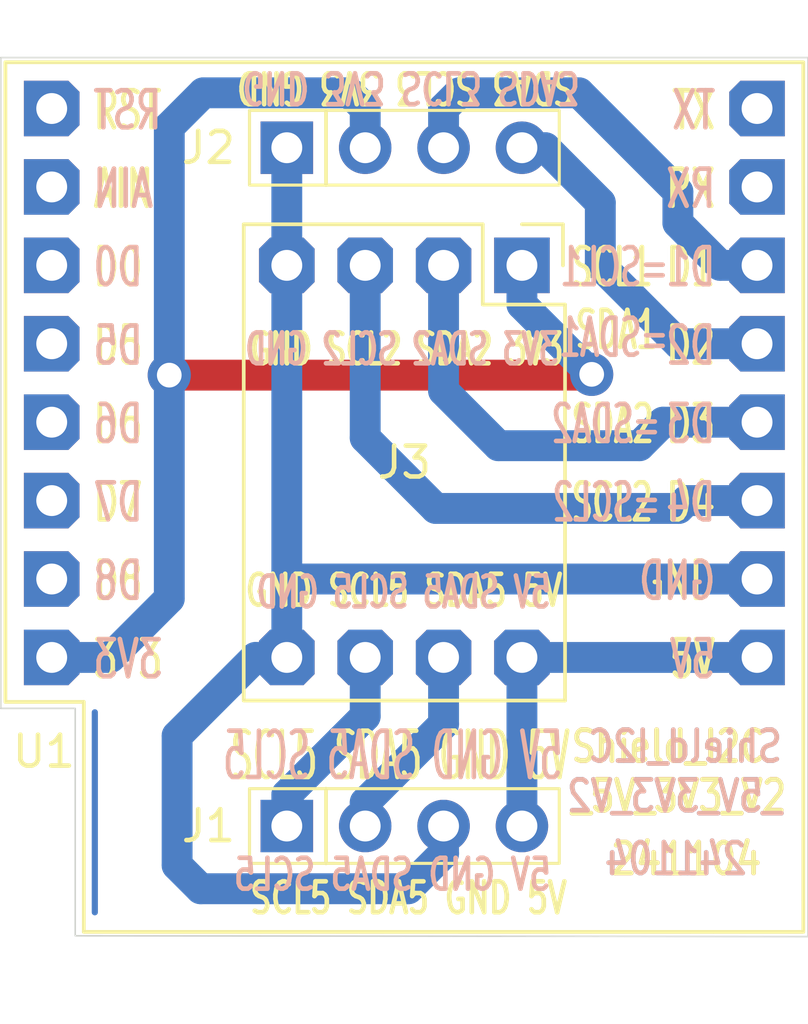
<source format=kicad_pcb>
(kicad_pcb (version 20240108) (generator "pcbnew") (generator_version "8.0")
  (layers (0 "F.Cu" signal) (31 "B.Cu" signal) (34 "B.Paste" user) (35 "F.Paste" user) (36 "B.SilkS" user "B.Silkscreen") (37 "F.SilkS" user "F.Silkscreen") (38 "B.Mask" user) (39 "F.Mask" user) (44 "Edge.Cuts" user))
  (net 0 "")
  (net 4 "/SDA3")
  (net 7 "/SCL3")
  (net 10 "/SCL5")
  (net 11 "/SDA5")
  (net 12 "/5V")
  (net 15 "/GND")
  (net 16 "/3V3")
  (net 17 "/SCL2")
  (net 18 "/SDA2")
  (footprint "_kh_library:Converter_2x_3V3_5V" (layer "F.Cu") (at 40.64 30.48 -90)
    (property "Reference" "J3" (at 6.3835 3.81 180) (layer "F.SilkS"))
    (property "Value" "Converter_2x_3V3_5V")
    (fp_line (start -1.33 9.017) (end 14.097 9.017) (stroke (width 0.12)) (layer "F.SilkS"))
    (fp_line (start -1.33 1.27) (end -1.33 9.017) (stroke (width 0.12)) (layer "F.SilkS"))
    (fp_line (start -1.33 1.27) (end 1.27 1.27) (stroke (width 0.12)) (layer "F.SilkS"))
    (fp_line (start 1.27 1.27) (end 1.27 -1.397) (stroke (width 0.12)) (layer "F.SilkS"))
    (fp_line (start -1.33 0) (end -1.33 -1.33) (stroke (width 0.12)) (layer "F.SilkS"))
    (fp_line (start -1.33 -1.33) (end 0 -1.33) (stroke (width 0.12)) (layer "F.SilkS"))
    (fp_line (start 1.27 -1.397) (end 14.097 -1.397) (stroke (width 0.12)) (layer "F.SilkS"))
    (fp_line (start 14.097 -1.397) (end 14.097 9.017) (stroke (width 0.12)) (layer "F.SilkS"))
    (pad "1" thru_hole roundrect (at 0 0 270) (size 1.8 1.8) (drill 1) (layers "*.Cu" "*.Mask") (roundrect_rratio 0) (chamfer_ratio 0.2) (chamfer) (net 16 "/3V3"))
    (pad "2" thru_hole roundrect (at 0 2.54 270) (size 1.8 1.8) (drill 1) (layers "*.Cu" "*.Mask") (roundrect_rratio 0) (chamfer_ratio 0.2) (chamfer top_left top_right bottom_left bottom_right) (net 18 "/SDA2"))
    (pad "3" thru_hole roundrect (at 0 5.08 270) (size 1.8 1.8) (drill 1) (layers "*.Cu" "*.Mask") (roundrect_rratio 0) (chamfer_ratio 0.2) (chamfer top_left top_right bottom_left bottom_right) (net 17 "/SCL2"))
    (pad "4" thru_hole roundrect (at 0 7.62 270) (size 1.8 1.8) (drill 1) (layers "*.Cu" "*.Mask") (roundrect_rratio 0) (chamfer_ratio 0.2) (chamfer top_left top_right bottom_left bottom_right) (net 15 "/GND"))
    (pad "5" thru_hole roundrect (at 12.7 7.62 270) (size 1.8 1.8) (drill 1) (layers "*.Cu" "*.Mask") (roundrect_rratio 0) (chamfer_ratio 0.2) (chamfer top_left top_right bottom_left bottom_right) (net 15 "/GND"))
    (pad "6" thru_hole roundrect (at 12.7 5.08 270) (size 1.8 1.8) (drill 1) (layers "*.Cu" "*.Mask") (roundrect_rratio 0) (chamfer_ratio 0.2) (chamfer top_left top_right bottom_left bottom_right) (net 10 "/SCL5"))
    (pad "7" thru_hole roundrect (at 12.7 2.54 270) (size 1.8 1.8) (drill 1) (layers "*.Cu" "*.Mask") (roundrect_rratio 0) (chamfer_ratio 0.2) (chamfer top_left top_right bottom_left bottom_right) (net 11 "/SDA5"))
    (pad "8" thru_hole roundrect (at 12.7 0 270) (size 1.8 1.8) (drill 1) (layers "*.Cu" "*.Mask") (roundrect_rratio 0) (chamfer_ratio 0.2) (chamfer top_left top_right bottom_left bottom_right) (net 12 "/5V"))
  )
  (footprint "_kh_library:WEMOS_D1_mini_kh_shield_2" (layer "F.Cu") (at 25.4 25.4)
    (property "Reference" "U1" (at -0.254 20.828 0) (layer "F.SilkS"))
    (property "Value" "WeMos_D1_mini")
    (fp_line (start -1.5 19.22) (end -1.5 -1.4986) (stroke (width 0.12)) (layer "F.SilkS"))
    (fp_line (start -1.5 19.22) (end 1.04 19.22) (stroke (width 0.12)) (layer "F.SilkS"))
    (fp_line (start 1.04 19.22) (end 1.04 26.67) (stroke (width 0.12)) (layer "F.SilkS"))
    (fp_line (start 1.04 26.67) (end 24.36 26.67) (stroke (width 0.12)) (layer "F.SilkS"))
    (fp_line (start 24.3586 -1.4986) (end -1.5 -1.4986) (stroke (width 0.12)) (layer "F.SilkS"))
    (fp_line (start 24.36 26.67) (end 24.3586 -1.4986) (stroke (width 0.12)) (layer "F.SilkS"))
    (fp_text user "D1" (at 21.59 5.842 0) (layer "B.SilkS") (effects (font (size 1.2 0.8) (thickness 0.15) (bold yes)) (justify left bottom mirror)))
    (fp_text user "D0" (at 1.27 5.842 0) (layer "B.SilkS") (effects (font (size 1.2 0.8) (thickness 0.15) (bold yes)) (justify right bottom mirror)))
    (fp_text user "D7" (at 1.27 13.462 0) (layer "B.SilkS") (effects (font (size 1.2 0.8) (thickness 0.15) (bold yes)) (justify right bottom mirror)))
    (fp_text user "RX" (at 21.59 3.302 0) (layer "B.SilkS") (effects (font (size 1.2 0.8) (thickness 0.15) (bold yes)) (justify left bottom mirror)))
    (fp_text user "D2" (at 21.59 8.382 0) (layer "B.SilkS") (effects (font (size 1.2 0.8) (thickness 0.15) (bold yes)) (justify left bottom mirror)))
    (fp_text user "D6" (at 1.27 10.922 0) (layer "B.SilkS") (effects (font (size 1.2 0.8) (thickness 0.15) (bold yes)) (justify right bottom mirror)))
    (fp_text user "D5" (at 1.27 8.382 0) (layer "B.SilkS") (effects (font (size 1.2 0.8) (thickness 0.15) (bold yes)) (justify right bottom mirror)))
    (fp_text user "D3" (at 21.59 10.922 0) (layer "B.SilkS") (effects (font (size 1.2 0.8) (thickness 0.15) (bold yes)) (justify left bottom mirror)))
    (fp_text user "5V" (at 21.59 18.542 0) (layer "B.SilkS") (effects (font (size 1.2 0.8) (thickness 0.15) (bold yes)) (justify left bottom mirror)))
    (fp_text user "3V3" (at 1.27 18.542 0) (layer "B.SilkS") (effects (font (size 1.2 0.8) (thickness 0.15) (bold yes)) (justify right bottom mirror)))
    (fp_text user "RST" (at 1.27 0.762 0) (layer "B.SilkS") (effects (font (size 1.2 0.8) (thickness 0.15) (bold yes)) (justify right bottom mirror)))
    (fp_text user "AIN" (at 1.27 3.302 0) (layer "B.SilkS") (effects (font (size 1.2 0.8) (thickness 0.15) (bold yes)) (justify right bottom mirror)))
    (fp_text user "D8" (at 1.27 16.002 0) (layer "B.SilkS") (effects (font (size 1.2 0.8) (thickness 0.15) (bold yes)) (justify right bottom mirror)))
    (fp_text user "D4" (at 21.59 13.462 0) (layer "B.SilkS") (effects (font (size 1.2 0.8) (thickness 0.15) (bold yes)) (justify left bottom mirror)))
    (fp_text user "TX" (at 21.59 0.762 0) (layer "B.SilkS") (effects (font (size 1.2 0.8) (thickness 0.15) (bold yes)) (justify left bottom mirror)))
    (fp_text user "GND" (at 21.59 16.002 0) (layer "B.SilkS") (effects (font (size 1.2 0.8) (thickness 0.15) (bold yes)) (justify left bottom mirror)))
    (fp_text user "D0" (at 1.27 5.842 0) (layer "F.SilkS") (effects (font (size 1.2 0.8) (thickness 0.15) (bold yes)) (justify left bottom)))
    (fp_text user "D2" (at 21.59 8.382 0) (layer "F.SilkS") (effects (font (size 1.2 0.8) (thickness 0.15) (bold yes)) (justify right bottom)))
    (fp_text user "TX" (at 21.59 0.762 0) (layer "F.SilkS") (effects (font (size 1.2 0.8) (thickness 0.15) (bold yes)) (justify right bottom)))
    (fp_text user "D8" (at 1.27 16.002 0) (layer "F.SilkS") (effects (font (size 1.2 0.8) (thickness 0.15) (bold yes)) (justify left bottom)))
    (fp_text user "RST" (at 1.27 0.762 0) (layer "F.SilkS") (effects (font (size 1.2 0.8) (thickness 0.15) (bold yes)) (justify left bottom)))
    (fp_text user "D5" (at 1.27 8.382 0) (layer "F.SilkS") (effects (font (size 1.2 0.8) (thickness 0.15) (bold yes)) (justify left bottom)))
    (fp_text user "D7" (at 1.27 13.462 0) (layer "F.SilkS") (effects (font (size 1.2 0.8) (thickness 0.15) (bold yes)) (justify left bottom)))
    (fp_text user "GND" (at 21.59 16.002 0) (layer "F.SilkS") (effects (font (size 1.2 0.8) (thickness 0.15) (bold yes)) (justify right bottom)))
    (fp_text user "3V3" (at 1.27 18.542 0) (layer "F.SilkS") (effects (font (size 1.2 0.8) (thickness 0.15) (bold yes)) (justify left bottom)))
    (fp_text user "AIN" (at 1.27 3.302 0) (layer "F.SilkS") (effects (font (size 1.2 0.8) (thickness 0.15) (bold yes)) (justify left bottom)))
    (fp_text user "D4" (at 21.59 13.462 0) (layer "F.SilkS") (effects (font (size 1.2 0.8) (thickness 0.15) (bold yes)) (justify right bottom)))
    (fp_text user "RX" (at 21.59 3.302 0) (layer "F.SilkS") (effects (font (size 1.2 0.8) (thickness 0.15) (bold yes)) (justify right bottom)))
    (fp_text user "D6" (at 1.27 10.922 0) (layer "F.SilkS") (effects (font (size 1.2 0.8) (thickness 0.15) (bold yes)) (justify left bottom)))
    (fp_text user "D1" (at 21.59 5.842 0) (layer "F.SilkS") (effects (font (size 1.2 0.8) (thickness 0.15) (bold yes)) (justify right bottom)))
    (fp_text user "5V" (at 21.59 18.542 0) (layer "F.SilkS") (effects (font (size 1.2 0.8) (thickness 0.15) (bold yes)) (justify right bottom)))
    (fp_text user "D3" (at 21.59 10.922 0) (layer "F.SilkS") (effects (font (size 1.2 0.8) (thickness 0.15) (bold yes)) (justify right bottom)))
    (pad "1" thru_hole roundrect (at 0 0) (size 1.8 1.8) (drill 1) (layers "*.Cu" "*.Mask") (roundrect_rratio 0) (chamfer_ratio 0.2) (chamfer top_right bottom_right))
    (pad "2" thru_hole roundrect (at 0 2.54) (size 1.8 1.8) (drill 1) (layers "*.Cu" "*.Mask") (roundrect_rratio 0) (chamfer_ratio 0.2) (chamfer top_right bottom_right))
    (pad "3" thru_hole roundrect (at 0 5.08) (size 1.8 1.8) (drill 1) (layers "*.Cu" "*.Mask") (roundrect_rratio 0) (chamfer_ratio 0.2) (chamfer top_right bottom_right))
    (pad "4" thru_hole roundrect (at 0 7.62) (size 1.8 1.8) (drill 1) (layers "*.Cu" "*.Mask") (roundrect_rratio 0) (chamfer_ratio 0.2) (chamfer top_right bottom_right))
    (pad "5" thru_hole roundrect (at 0 10.16) (size 1.8 1.8) (drill 1) (layers "*.Cu" "*.Mask") (roundrect_rratio 0) (chamfer_ratio 0.2) (chamfer top_right bottom_right))
    (pad "6" thru_hole roundrect (at 0 12.7) (size 1.8 1.8) (drill 1) (layers "*.Cu" "*.Mask") (roundrect_rratio 0) (chamfer_ratio 0.2) (chamfer top_right bottom_right))
    (pad "7" thru_hole roundrect (at 0 15.24) (size 1.8 1.8) (drill 1) (layers "*.Cu" "*.Mask") (roundrect_rratio 0) (chamfer_ratio 0.2) (chamfer top_right bottom_right))
    (pad "8" thru_hole roundrect (at 0 17.78) (size 1.8 1.8) (drill 1) (layers "*.Cu" "*.Mask") (roundrect_rratio 0) (chamfer_ratio 0.2) (chamfer top_right bottom_right) (net 16 "/3V3"))
    (pad "9" thru_hole roundrect (at 22.86 17.78) (size 1.8 1.8) (drill 1) (layers "*.Cu" "*.Mask") (roundrect_rratio 0) (chamfer_ratio 0.2) (chamfer top_left bottom_left) (net 12 "/5V"))
    (pad "10" thru_hole roundrect (at 22.86 15.24) (size 1.8 1.8) (drill 1) (layers "*.Cu" "*.Mask") (roundrect_rratio 0) (chamfer_ratio 0.2) (chamfer top_left bottom_left) (net 15 "/GND"))
    (pad "11" thru_hole roundrect (at 22.86 12.7) (size 1.8 1.8) (drill 1) (layers "*.Cu" "*.Mask") (roundrect_rratio 0) (chamfer_ratio 0.2) (chamfer top_left bottom_left) (net 17 "/SCL2"))
    (pad "12" thru_hole roundrect (at 22.86 10.16) (size 1.8 1.8) (drill 1) (layers "*.Cu" "*.Mask") (roundrect_rratio 0) (chamfer_ratio 0.2) (chamfer top_left bottom_left) (net 18 "/SDA2"))
    (pad "13" thru_hole roundrect (at 22.86 7.62) (size 1.8 1.8) (drill 1) (layers "*.Cu" "*.Mask") (roundrect_rratio 0) (chamfer_ratio 0.2) (chamfer top_left bottom_left) (net 4 "/SDA3"))
    (pad "14" thru_hole roundrect (at 22.86 5.08) (size 1.8 1.8) (drill 1) (layers "*.Cu" "*.Mask") (roundrect_rratio 0) (chamfer_ratio 0.2) (chamfer top_left bottom_left) (net 7 "/SCL3"))
    (pad "15" thru_hole roundrect (at 22.86 2.54) (size 1.8 1.8) (drill 1) (layers "*.Cu" "*.Mask") (roundrect_rratio 0) (chamfer_ratio 0.2) (chamfer top_left bottom_left))
    (pad "16" thru_hole roundrect (at 22.86 0) (size 1.8 1.8) (drill 1) (layers "*.Cu" "*.Mask") (roundrect_rratio 0) (chamfer_ratio 0.2) (chamfer top_left bottom_left))
  )
  (footprint "_kh_library:PinSocket_1x04_P2.54mm_Vertical_kh" (layer "F.Cu") (at 33.02 26.67 90)
    (property "Reference" "J2" (at 0 -2.54 180) (layer "F.SilkS"))
    (property "Value" "Conn_01x04_Socket")
    (fp_line (start -1.21 1.27) (end 1.21 1.27) (stroke (width 0.12)) (layer "F.SilkS"))
    (fp_rect (start -1.21 -1.21) (end 1.21 8.83) (stroke (width 0.1)) (fill none) (layer "F.SilkS"))
    (pad "1" thru_hole rect (at 0 0 90) (size 1.7 1.7) (drill 1) (layers "*.Cu" "*.Mask") (net 15 "/GND"))
    (pad "2" thru_hole oval (at 0 2.54 90) (size 1.7 1.7) (drill 1) (layers "*.Cu" "*.Mask") (net 16 "/3V3"))
    (pad "3" thru_hole oval (at 0 5.08 90) (size 1.7 1.7) (drill 1) (layers "*.Cu" "*.Mask") (net 7 "/SCL3"))
    (pad "4" thru_hole oval (at 0 7.62 90) (size 1.7 1.7) (drill 1) (layers "*.Cu" "*.Mask") (net 4 "/SDA3"))
  )
  (footprint "_kh_library:PinSocket_1x04_P2.54mm_Vertical_kh" (layer "F.Cu") (at 33.02 48.641 90)
    (property "Reference" "J1" (at 0 -2.54 180) (layer "F.SilkS"))
    (property "Value" "Conn_01x04_Pin")
    (fp_line (start -1.21 1.27) (end 1.21 1.27) (stroke (width 0.12)) (layer "F.SilkS"))
    (fp_rect (start -1.21 -1.21) (end 1.21 8.83) (stroke (width 0.1)) (fill none) (layer "F.SilkS"))
    (pad "1" thru_hole rect (at 0 0 90) (size 1.7 1.7) (drill 1) (layers "*.Cu" "*.Mask") (net 10 "/SCL5"))
    (pad "2" thru_hole oval (at 0 2.54 90) (size 1.7 1.7) (drill 1) (layers "*.Cu" "*.Mask") (net 11 "/SDA5"))
    (pad "3" thru_hole oval (at 0 5.08 90) (size 1.7 1.7) (drill 1) (layers "*.Cu" "*.Mask") (net 15 "/GND"))
    (pad "4" thru_hole oval (at 0 7.62 90) (size 1.7 1.7) (drill 1) (layers "*.Cu" "*.Mask") (net 12 "/5V"))
  )
  (gr_line (start 26.797 44.958) (end 26.797 51.435) (stroke (width 0.2)) (layer "B.Cu"))
  (gr_poly (pts (xy 23.749 23.749) (xy 49.911 23.749) (xy 49.911 52.2224) (xy 26.162 52.197) (xy 26.162 44.831) (xy 23.749 44.831)) (stroke (width 0.05)) (fill none) (layer "Edge.Cuts"))
  (gr_text "241104" (at 43.434 50.292 0) (layer "F.Cu") (effects (font (size 1 0.85) (thickness 0.15) (bold yes)) (justify left bottom)))
  (gr_text "Shield_I2C\n_5V_3V3_V2" (at 42.164 48.26 0) (layer "F.Cu") (effects (font (size 1 0.8) (thickness 0.15) (bold yes)) (justify left bottom)))
  (gr_text "Shield_I2C\n_5V_3V3_V2" (at 49.149 48.26 0) (layer "B.Cu") (effects (font (size 1 0.8) (thickness 0.15) (bold yes)) (justify left bottom mirror)))
  (gr_text "241104" (at 48.006 50.292 0) (layer "B.Cu") (effects (font (size 1 0.8) (thickness 0.15) (bold yes)) (justify left bottom mirror)))
  (gr_text "3V3 SDA2 SCL2 GND" (at 41.91 33.782 0) (layer "B.SilkS") (effects (font (size 1 0.65)) (justify left bottom mirror)))
  (gr_text "241104" (at 48.006 50.292 0) (layer "B.SilkS") (effects (font (size 1 0.8) (thickness 0.15) (bold yes)) (justify left bottom mirror)))
  (gr_text "=SDA1" (at 45.466 33.528 0) (layer "B.SilkS") (effects (font (size 1.2 0.7) (thickness 0.15) (bold yes)) (justify left bottom mirror)))
  (gr_text "GND 3V3 SCL3 SDA3" (at 31.496 24.13 180) (layer "B.SilkS") (effects (font (size 1 0.7)) (justify left bottom mirror)))
  (gr_text "5V SDA5 SCL5 GND" (at 41.656 41.656 0) (layer "B.SilkS") (effects (font (size 1 0.65)) (justify left bottom mirror)))
  (gr_text "5V GND SDA5 SCL5" (at 42.037 47.244 0) (layer "B.SilkS") (effects (font (size 1.5 0.75)) (justify left bottom mirror)))
  (gr_text "5V GND SDA5 SCL5" (at 41.656 50.8 0) (layer "B.SilkS") (effects (font (size 1 0.7)) (justify left bottom mirror)))
  (gr_text "=SCL1" (at 45.466 31.242 0) (layer "B.SilkS") (effects (font (size 1.2 0.7) (thickness 0.15) (bold yes)) (justify left bottom mirror)))
  (gr_text "Shield_I2C\n_5V_3V3_V2" (at 49.149 48.26 0) (layer "B.SilkS") (effects (font (size 1 0.8) (thickness 0.15) (bold yes)) (justify left bottom mirror)))
  (gr_text "=SCL2" (at 45.212 38.862 0) (layer "B.SilkS") (effects (font (size 1.2 0.7) (thickness 0.15) (bold yes)) (justify left bottom mirror)))
  (gr_text "=SDA2" (at 45.212 36.322 0) (layer "B.SilkS") (effects (font (size 1.2 0.7) (thickness 0.15) (bold yes)) (justify left bottom mirror)))
  (gr_text "SCL2" (at 42.164 38.862 0) (layer "F.SilkS") (effects (font (size 1.2 0.7) (thickness 0.15) (bold yes)) (justify left bottom)))
  (gr_text "SCL5 SDA5 GND 5V" (at 31.115 47.244 0) (layer "F.SilkS") (effects (font (size 1.5 0.75)) (justify left bottom)))
  (gr_text "Shield_I2C\n_5V_3V3_V2" (at 42.164 48.26 0) (layer "F.SilkS") (effects (font (size 1 0.8) (thickness 0.15) (bold yes)) (justify left bottom)))
  (gr_text "SCL1" (at 42.164 31.242 0) (layer "F.SilkS") (effects (font (size 1.2 0.7) (thickness 0.15) (bold yes)) (justify left bottom)))
  (gr_text "GND SCL2 SDA2 3V3" (at 31.75 33.782 0) (layer "F.SilkS") (effects (font (size 1 0.65)) (justify left bottom)))
  (gr_text "SCL5 SDA5 GND 5V" (at 31.75 51.562 0) (layer "F.SilkS") (effects (font (size 1 0.7)) (justify left bottom)))
  (gr_text "241104" (at 43.434 50.292 0) (layer "F.SilkS") (effects (font (size 1 0.85) (thickness 0.15) (bold yes)) (justify left bottom)))
  (gr_text "GND SCL5 SDA5 5V" (at 31.6 41.6 0) (layer "F.SilkS") (effects (font (size 1 0.7)) (justify left bottom)))
  (gr_text "SDA2" (at 42.164 36.322 0) (layer "F.SilkS") (effects (font (size 1.2 0.7) (thickness 0.15) (bold yes)) (justify left bottom)))
  (gr_text "SDA3 SCL3 3V3 GND" (at 42.418 24.13 180) (layer "F.SilkS") (effects (font (size 1 0.7)) (justify left bottom)))
  (gr_text "SDA1" (at 42.291 33.274 0) (layer "F.SilkS") (effects (font (size 1.2 0.7) (thickness 0.15) (bold yes)) (justify left bottom)))
  (segment (start 45.72 33.02) (end 43.18 30.48) (width 1) (layer "B.Cu") (net 4))
  (segment (start 43.18 30.48) (end 43.18 28.448) (width 1) (layer "B.Cu") (net 4))
  (segment (start 43.18 28.448) (end 41.402 26.67) (width 1) (layer "B.Cu") (net 4))
  (segment (start 41.402 26.67) (end 40.64 26.67) (width 1) (layer "B.Cu") (net 4))
  (segment (start 48.2092 33.02) (end 45.72 33.02) (width 1) (layer "B.Cu") (net 4))
  (segment (start 42.4942 24.892) (end 45.6946 28.0924) (width 1) (layer "B.Cu") (net 7))
  (segment (start 38.1 25.4) (end 38.608 24.892) (width 1) (layer "B.Cu") (net 7))
  (segment (start 38.1 26.67) (end 38.1 25.4) (width 1) (layer "B.Cu") (net 7))
  (segment (start 47.0662 30.48) (end 48.2092 30.48) (width 1) (layer "B.Cu") (net 7))
  (segment (start 38.608 24.892) (end 42.4942 24.892) (width 1) (layer "B.Cu") (net 7))
  (segment (start 45.6946 28.0924) (end 45.6946 29.1084) (width 1) (layer "B.Cu") (net 7))
  (segment (start 45.6946 29.1084) (end 47.0662 30.48) (width 1) (layer "B.Cu") (net 7))
  (segment (start 33.02 47.625) (end 35.56 45.085) (width 1) (layer "B.Cu") (net 10))
  (segment (start 33.02 48.641) (end 33.02 47.625) (width 1) (layer "B.Cu") (net 10))
  (segment (start 35.56 45.085) (end 35.56 43.18) (width 1) (layer "B.Cu") (net 10))
  (segment (start 35.56 47.879) (end 38.1 45.339) (width 1) (layer "B.Cu") (net 11))
  (segment (start 38.1 45.339) (end 38.1 43.18) (width 1) (layer "B.Cu") (net 11))
  (segment (start 35.56 48.641) (end 35.56 47.879) (width 1) (layer "B.Cu") (net 11))
  (segment (start 40.64 43.18) (end 48.2092 43.18) (width 1) (layer "B.Cu") (net 12))
  (segment (start 40.64 48.641) (end 40.64 43.18) (width 1) (layer "B.Cu") (net 12))
  (segment (start 29.464 45.72) (end 32.004 43.18) (width 1) (layer "B.Cu") (net 15))
  (segment (start 29.464 49.911) (end 29.464 45.72) (width 1) (layer "B.Cu") (net 15))
  (segment (start 32.004 43.18) (end 33.02 43.18) (width 1) (layer "B.Cu") (net 15))
  (segment (start 33.02 26.67) (end 33.02 30.48) (width 1) (layer "B.Cu") (net 15))
  (segment (start 30.226 50.673) (end 29.464 49.911) (width 1) (layer "B.Cu") (net 15))
  (segment (start 38.1 48.641) (end 38.1 49.53) (width 1) (layer "B.Cu") (net 15))
  (segment (start 38.1 49.53) (end 36.957 50.673) (width 1) (layer "B.Cu") (net 15))
  (segment (start 48.2092 40.64) (end 33.02 40.64) (width 1) (layer "B.Cu") (net 15))
  (segment (start 33.02 40.64) (end 33.02 43.18) (width 1) (layer "B.Cu") (net 15))
  (segment (start 36.957 50.673) (end 30.226 50.673) (width 1) (layer "B.Cu") (net 15))
  (segment (start 33.02 30.48) (end 33.02 40.64) (width 1) (layer "B.Cu") (net 15))
  (segment (start 42.9006 34.0106) (end 42.8752 34.036) (width 1) (layer "F.Cu") (net 16))
  (segment (start 42.8752 34.036) (end 29.21 34.036) (width 1) (layer "F.Cu") (net 16))
  (via (at 42.9006 34.0106) (size 1.4) (drill 0.8) (layers "F.Cu" "B.Cu") (net 16))
  (via (at 29.21 34.036) (size 1.4) (drill 0.8) (layers "F.Cu" "B.Cu") (net 16))
  (segment (start 35.052 24.892) (end 35.56 25.4) (width 1) (layer "B.Cu") (net 16))
  (segment (start 29.21 41.275) (end 27.305 43.18) (width 1) (layer "B.Cu") (net 16))
  (segment (start 35.56 25.4) (end 35.56 26.67) (width 1) (layer "B.Cu") (net 16))
  (segment (start 29.21 34.036) (end 29.21 25.9936) (width 1) (layer "B.Cu") (net 16))
  (segment (start 27.305 43.18) (end 25.3492 43.18) (width 1) (layer "B.Cu") (net 16))
  (segment (start 30.3116 24.892) (end 35.052 24.892) (width 1) (layer "B.Cu") (net 16))
  (segment (start 40.64 31.75) (end 40.64 30.48) (width 1) (layer "B.Cu") (net 16))
  (segment (start 29.21 25.9936) (end 30.3116 24.892) (width 1) (layer "B.Cu") (net 16))
  (segment (start 40.64 31.75) (end 42.9006 34.0106) (width 1) (layer "B.Cu") (net 16))
  (segment (start 29.21 34.036) (end 29.21 41.275) (width 1) (layer "B.Cu") (net 16))
  (segment (start 45.974 38.1) (end 45.72 38.354) (width 1) (layer "B.Cu") (net 17))
  (segment (start 48.2092 38.1) (end 45.974 38.1) (width 1) (layer "B.Cu") (net 17))
  (segment (start 45.72 38.354) (end 37.846 38.354) (width 1) (layer "B.Cu") (net 17))
  (segment (start 35.56 36.068) (end 35.56 30.48) (width 1) (layer "B.Cu") (net 17))
  (segment (start 37.846 38.354) (end 35.56 36.068) (width 1) (layer "B.Cu") (net 17))
  (segment (start 48.2092 35.56) (end 45.212 35.56) (width 1) (layer "B.Cu") (net 18))
  (segment (start 39.878 36.322) (end 38.1 34.544) (width 1) (layer "B.Cu") (net 18))
  (segment (start 38.1 34.544) (end 38.1 30.48) (width 1) (layer "B.Cu") (net 18))
  (segment (start 44.45 36.322) (end 39.878 36.322) (width 1) (layer "B.Cu") (net 18))
  (segment (start 45.212 35.56) (end 44.45 36.322) (width 1) (layer "B.Cu") (net 18))
)
</source>
